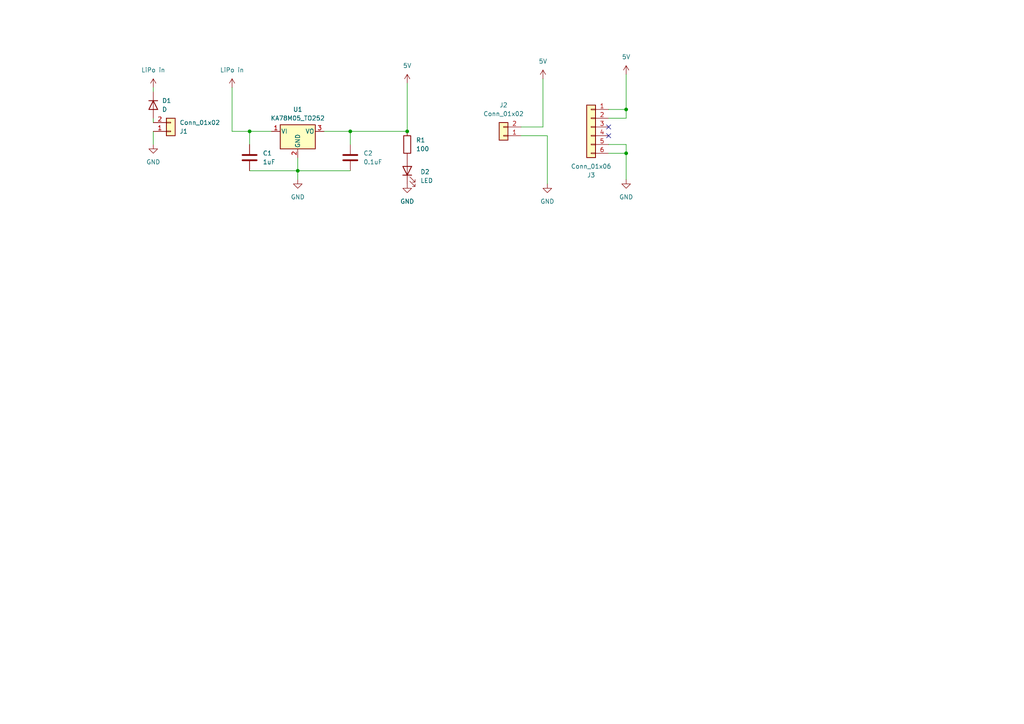
<source format=kicad_sch>
(kicad_sch
	(version 20231120)
	(generator "eeschema")
	(generator_version "8.0")
	(uuid "e68b0a85-1483-45c7-a808-b661ad7d7882")
	(paper "A4")
	(lib_symbols
		(symbol "Connector_Generic:Conn_01x02"
			(pin_names
				(offset 1.016) hide)
			(exclude_from_sim no)
			(in_bom yes)
			(on_board yes)
			(property "Reference" "J"
				(at 0 2.54 0)
				(effects
					(font
						(size 1.27 1.27)
					)
				)
			)
			(property "Value" "Conn_01x02"
				(at 0 -5.08 0)
				(effects
					(font
						(size 1.27 1.27)
					)
				)
			)
			(property "Footprint" ""
				(at 0 0 0)
				(effects
					(font
						(size 1.27 1.27)
					)
					(hide yes)
				)
			)
			(property "Datasheet" "~"
				(at 0 0 0)
				(effects
					(font
						(size 1.27 1.27)
					)
					(hide yes)
				)
			)
			(property "Description" "Generic connector, single row, 01x02, script generated (kicad-library-utils/schlib/autogen/connector/)"
				(at 0 0 0)
				(effects
					(font
						(size 1.27 1.27)
					)
					(hide yes)
				)
			)
			(property "ki_keywords" "connector"
				(at 0 0 0)
				(effects
					(font
						(size 1.27 1.27)
					)
					(hide yes)
				)
			)
			(property "ki_fp_filters" "Connector*:*_1x??_*"
				(at 0 0 0)
				(effects
					(font
						(size 1.27 1.27)
					)
					(hide yes)
				)
			)
			(symbol "Conn_01x02_1_1"
				(rectangle
					(start -1.27 -2.413)
					(end 0 -2.667)
					(stroke
						(width 0.1524)
						(type default)
					)
					(fill
						(type none)
					)
				)
				(rectangle
					(start -1.27 0.127)
					(end 0 -0.127)
					(stroke
						(width 0.1524)
						(type default)
					)
					(fill
						(type none)
					)
				)
				(rectangle
					(start -1.27 1.27)
					(end 1.27 -3.81)
					(stroke
						(width 0.254)
						(type default)
					)
					(fill
						(type background)
					)
				)
				(pin passive line
					(at -5.08 0 0)
					(length 3.81)
					(name "Pin_1"
						(effects
							(font
								(size 1.27 1.27)
							)
						)
					)
					(number "1"
						(effects
							(font
								(size 1.27 1.27)
							)
						)
					)
				)
				(pin passive line
					(at -5.08 -2.54 0)
					(length 3.81)
					(name "Pin_2"
						(effects
							(font
								(size 1.27 1.27)
							)
						)
					)
					(number "2"
						(effects
							(font
								(size 1.27 1.27)
							)
						)
					)
				)
			)
		)
		(symbol "Device:D"
			(pin_numbers hide)
			(pin_names
				(offset 1.016) hide)
			(exclude_from_sim no)
			(in_bom yes)
			(on_board yes)
			(property "Reference" "D"
				(at 0 2.54 0)
				(effects
					(font
						(size 1.27 1.27)
					)
				)
			)
			(property "Value" "D"
				(at 0 -2.54 0)
				(effects
					(font
						(size 1.27 1.27)
					)
				)
			)
			(property "Footprint" ""
				(at 0 0 0)
				(effects
					(font
						(size 1.27 1.27)
					)
					(hide yes)
				)
			)
			(property "Datasheet" "~"
				(at 0 0 0)
				(effects
					(font
						(size 1.27 1.27)
					)
					(hide yes)
				)
			)
			(property "Description" "Diode"
				(at 0 0 0)
				(effects
					(font
						(size 1.27 1.27)
					)
					(hide yes)
				)
			)
			(property "Sim.Device" "D"
				(at 0 0 0)
				(effects
					(font
						(size 1.27 1.27)
					)
					(hide yes)
				)
			)
			(property "Sim.Pins" "1=K 2=A"
				(at 0 0 0)
				(effects
					(font
						(size 1.27 1.27)
					)
					(hide yes)
				)
			)
			(property "ki_keywords" "diode"
				(at 0 0 0)
				(effects
					(font
						(size 1.27 1.27)
					)
					(hide yes)
				)
			)
			(property "ki_fp_filters" "TO-???* *_Diode_* *SingleDiode* D_*"
				(at 0 0 0)
				(effects
					(font
						(size 1.27 1.27)
					)
					(hide yes)
				)
			)
			(symbol "D_0_1"
				(polyline
					(pts
						(xy -1.27 1.27) (xy -1.27 -1.27)
					)
					(stroke
						(width 0.254)
						(type default)
					)
					(fill
						(type none)
					)
				)
				(polyline
					(pts
						(xy 1.27 0) (xy -1.27 0)
					)
					(stroke
						(width 0)
						(type default)
					)
					(fill
						(type none)
					)
				)
				(polyline
					(pts
						(xy 1.27 1.27) (xy 1.27 -1.27) (xy -1.27 0) (xy 1.27 1.27)
					)
					(stroke
						(width 0.254)
						(type default)
					)
					(fill
						(type none)
					)
				)
			)
			(symbol "D_1_1"
				(pin passive line
					(at -3.81 0 0)
					(length 2.54)
					(name "K"
						(effects
							(font
								(size 1.27 1.27)
							)
						)
					)
					(number "1"
						(effects
							(font
								(size 1.27 1.27)
							)
						)
					)
				)
				(pin passive line
					(at 3.81 0 180)
					(length 2.54)
					(name "A"
						(effects
							(font
								(size 1.27 1.27)
							)
						)
					)
					(number "2"
						(effects
							(font
								(size 1.27 1.27)
							)
						)
					)
				)
			)
		)
		(symbol "Device:R"
			(pin_numbers hide)
			(pin_names
				(offset 0)
			)
			(exclude_from_sim no)
			(in_bom yes)
			(on_board yes)
			(property "Reference" "R"
				(at 2.032 0 90)
				(effects
					(font
						(size 1.27 1.27)
					)
				)
			)
			(property "Value" "R"
				(at 0 0 90)
				(effects
					(font
						(size 1.27 1.27)
					)
				)
			)
			(property "Footprint" ""
				(at -1.778 0 90)
				(effects
					(font
						(size 1.27 1.27)
					)
					(hide yes)
				)
			)
			(property "Datasheet" "~"
				(at 0 0 0)
				(effects
					(font
						(size 1.27 1.27)
					)
					(hide yes)
				)
			)
			(property "Description" "Resistor"
				(at 0 0 0)
				(effects
					(font
						(size 1.27 1.27)
					)
					(hide yes)
				)
			)
			(property "ki_keywords" "R res resistor"
				(at 0 0 0)
				(effects
					(font
						(size 1.27 1.27)
					)
					(hide yes)
				)
			)
			(property "ki_fp_filters" "R_*"
				(at 0 0 0)
				(effects
					(font
						(size 1.27 1.27)
					)
					(hide yes)
				)
			)
			(symbol "R_0_1"
				(rectangle
					(start -1.016 -2.54)
					(end 1.016 2.54)
					(stroke
						(width 0.254)
						(type default)
					)
					(fill
						(type none)
					)
				)
			)
			(symbol "R_1_1"
				(pin passive line
					(at 0 3.81 270)
					(length 1.27)
					(name "~"
						(effects
							(font
								(size 1.27 1.27)
							)
						)
					)
					(number "1"
						(effects
							(font
								(size 1.27 1.27)
							)
						)
					)
				)
				(pin passive line
					(at 0 -3.81 90)
					(length 1.27)
					(name "~"
						(effects
							(font
								(size 1.27 1.27)
							)
						)
					)
					(number "2"
						(effects
							(font
								(size 1.27 1.27)
							)
						)
					)
				)
			)
		)
		(symbol "Regulator_Linear:KA78M05_TO252"
			(pin_names
				(offset 0.254)
			)
			(exclude_from_sim no)
			(in_bom yes)
			(on_board yes)
			(property "Reference" "U"
				(at -3.81 3.175 0)
				(effects
					(font
						(size 1.27 1.27)
					)
				)
			)
			(property "Value" "KA78M05_TO252"
				(at 0 3.175 0)
				(effects
					(font
						(size 1.27 1.27)
					)
					(justify left)
				)
			)
			(property "Footprint" "Package_TO_SOT_SMD:TO-252-2"
				(at 0 5.715 0)
				(effects
					(font
						(size 1.27 1.27)
						(italic yes)
					)
					(hide yes)
				)
			)
			(property "Datasheet" "https://www.onsemi.com/pub/Collateral/MC78M00-D.PDF"
				(at 0 -1.27 0)
				(effects
					(font
						(size 1.27 1.27)
					)
					(hide yes)
				)
			)
			(property "Description" "Positive 500mA 35V Linear Regulator, Fixed Output 5V, TO-252 (D-PAK)"
				(at 0 0 0)
				(effects
					(font
						(size 1.27 1.27)
					)
					(hide yes)
				)
			)
			(property "ki_keywords" "Voltage Regulator 500mA Positive"
				(at 0 0 0)
				(effects
					(font
						(size 1.27 1.27)
					)
					(hide yes)
				)
			)
			(property "ki_fp_filters" "TO?252*"
				(at 0 0 0)
				(effects
					(font
						(size 1.27 1.27)
					)
					(hide yes)
				)
			)
			(symbol "KA78M05_TO252_0_1"
				(rectangle
					(start -5.08 1.905)
					(end 5.08 -5.08)
					(stroke
						(width 0.254)
						(type default)
					)
					(fill
						(type background)
					)
				)
			)
			(symbol "KA78M05_TO252_1_1"
				(pin power_in line
					(at -7.62 0 0)
					(length 2.54)
					(name "VI"
						(effects
							(font
								(size 1.27 1.27)
							)
						)
					)
					(number "1"
						(effects
							(font
								(size 1.27 1.27)
							)
						)
					)
				)
				(pin power_in line
					(at 0 -7.62 90)
					(length 2.54)
					(name "GND"
						(effects
							(font
								(size 1.27 1.27)
							)
						)
					)
					(number "2"
						(effects
							(font
								(size 1.27 1.27)
							)
						)
					)
				)
				(pin power_out line
					(at 7.62 0 180)
					(length 2.54)
					(name "VO"
						(effects
							(font
								(size 1.27 1.27)
							)
						)
					)
					(number "3"
						(effects
							(font
								(size 1.27 1.27)
							)
						)
					)
				)
			)
		)
		(symbol "SparkFun-Capacitor:C"
			(pin_numbers hide)
			(pin_names
				(offset 0.254)
			)
			(exclude_from_sim no)
			(in_bom yes)
			(on_board yes)
			(property "Reference" "C"
				(at 0.635 2.54 0)
				(effects
					(font
						(size 1.27 1.27)
					)
					(justify left)
				)
			)
			(property "Value" "C"
				(at 0.635 -2.54 0)
				(effects
					(font
						(size 1.27 1.27)
					)
					(justify left)
				)
			)
			(property "Footprint" "SparkFun-Capacitor:C_0603_1608Metric"
				(at 0.9652 -11.43 0)
				(effects
					(font
						(size 1.27 1.27)
					)
					(hide yes)
				)
			)
			(property "Datasheet" "https://cdn.sparkfun.com/assets/8/a/4/a/5/Kemet_Capacitor_Datasheet.pdf"
				(at 1.27 -16.51 0)
				(effects
					(font
						(size 1.27 1.27)
					)
					(hide yes)
				)
			)
			(property "Description" "Unpolarized capacitor"
				(at 0 0 0)
				(effects
					(font
						(size 1.27 1.27)
					)
					(hide yes)
				)
			)
			(property "PROD_ID" "CAP-00000"
				(at 0 -13.97 0)
				(effects
					(font
						(size 1.27 1.27)
					)
					(hide yes)
				)
			)
			(property "Voltage" "1kV"
				(at 0 -6.35 0)
				(effects
					(font
						(size 1.27 1.27)
					)
				)
			)
			(property "Tolerance" "100%"
				(at 0 -8.89 0)
				(effects
					(font
						(size 1.27 1.27)
					)
				)
			)
			(property "ki_keywords" "cap capacitor"
				(at 0 0 0)
				(effects
					(font
						(size 1.27 1.27)
					)
					(hide yes)
				)
			)
			(property "ki_fp_filters" "C_*"
				(at 0 0 0)
				(effects
					(font
						(size 1.27 1.27)
					)
					(hide yes)
				)
			)
			(symbol "C_0_1"
				(polyline
					(pts
						(xy -2.032 -0.762) (xy 2.032 -0.762)
					)
					(stroke
						(width 0.508)
						(type default)
					)
					(fill
						(type none)
					)
				)
				(polyline
					(pts
						(xy -2.032 0.762) (xy 2.032 0.762)
					)
					(stroke
						(width 0.508)
						(type default)
					)
					(fill
						(type none)
					)
				)
			)
			(symbol "C_1_1"
				(pin passive line
					(at 0 3.81 270)
					(length 2.794)
					(name "~"
						(effects
							(font
								(size 1.27 1.27)
							)
						)
					)
					(number "1"
						(effects
							(font
								(size 1.27 1.27)
							)
						)
					)
				)
				(pin passive line
					(at 0 -3.81 90)
					(length 2.794)
					(name "~"
						(effects
							(font
								(size 1.27 1.27)
							)
						)
					)
					(number "2"
						(effects
							(font
								(size 1.27 1.27)
							)
						)
					)
				)
			)
		)
		(symbol "SparkFun-Connector:Conn_01x02"
			(pin_names
				(offset 1.016) hide)
			(exclude_from_sim no)
			(in_bom yes)
			(on_board yes)
			(property "Reference" "J"
				(at 0 2.54 0)
				(effects
					(font
						(size 1.27 1.27)
					)
				)
			)
			(property "Value" "Conn_01x02"
				(at 0 -5.08 0)
				(effects
					(font
						(size 1.27 1.27)
					)
				)
			)
			(property "Footprint" "SparkFun-Connector:1X02"
				(at 0 0 0)
				(effects
					(font
						(size 1.27 1.27)
					)
					(hide yes)
				)
			)
			(property "Datasheet" "~"
				(at 0 0 0)
				(effects
					(font
						(size 1.27 1.27)
					)
					(hide yes)
				)
			)
			(property "Description" "Generic connector, single row, 01x02, script generated (kicad-library-utils/schlib/autogen/connector/)"
				(at 0 0 0)
				(effects
					(font
						(size 1.27 1.27)
					)
					(hide yes)
				)
			)
			(property "ki_keywords" "connector"
				(at 0 0 0)
				(effects
					(font
						(size 1.27 1.27)
					)
					(hide yes)
				)
			)
			(property "ki_fp_filters" "Connector*:*_1x??_*"
				(at 0 0 0)
				(effects
					(font
						(size 1.27 1.27)
					)
					(hide yes)
				)
			)
			(symbol "Conn_01x02_1_1"
				(rectangle
					(start -1.27 -2.413)
					(end 0 -2.667)
					(stroke
						(width 0.1524)
						(type default)
					)
					(fill
						(type none)
					)
				)
				(rectangle
					(start -1.27 0.127)
					(end 0 -0.127)
					(stroke
						(width 0.1524)
						(type default)
					)
					(fill
						(type none)
					)
				)
				(rectangle
					(start -1.27 1.27)
					(end 1.27 -3.81)
					(stroke
						(width 0.254)
						(type default)
					)
					(fill
						(type background)
					)
				)
				(pin passive line
					(at -5.08 0 0)
					(length 3.81)
					(name "Pin_1"
						(effects
							(font
								(size 1.27 1.27)
							)
						)
					)
					(number "1"
						(effects
							(font
								(size 1.27 1.27)
							)
						)
					)
				)
				(pin passive line
					(at -5.08 -2.54 0)
					(length 3.81)
					(name "Pin_2"
						(effects
							(font
								(size 1.27 1.27)
							)
						)
					)
					(number "2"
						(effects
							(font
								(size 1.27 1.27)
							)
						)
					)
				)
			)
		)
		(symbol "SparkFun-Connector:Conn_01x06"
			(pin_names
				(offset 1.016) hide)
			(exclude_from_sim no)
			(in_bom yes)
			(on_board yes)
			(property "Reference" "J"
				(at 0 7.62 0)
				(effects
					(font
						(size 1.27 1.27)
					)
				)
			)
			(property "Value" "Conn_01x06"
				(at 0 -10.16 0)
				(effects
					(font
						(size 1.27 1.27)
					)
				)
			)
			(property "Footprint" "SparkFun-Connector:1X06"
				(at 0 0 0)
				(effects
					(font
						(size 1.27 1.27)
					)
					(hide yes)
				)
			)
			(property "Datasheet" "~"
				(at 0 0 0)
				(effects
					(font
						(size 1.27 1.27)
					)
					(hide yes)
				)
			)
			(property "Description" "Generic connector, single row, 01x06, script generated (kicad-library-utils/schlib/autogen/connector/)"
				(at 0 0 0)
				(effects
					(font
						(size 1.27 1.27)
					)
					(hide yes)
				)
			)
			(property "ki_keywords" "connector"
				(at 0 0 0)
				(effects
					(font
						(size 1.27 1.27)
					)
					(hide yes)
				)
			)
			(property "ki_fp_filters" "Connector*:*_1x??_*"
				(at 0 0 0)
				(effects
					(font
						(size 1.27 1.27)
					)
					(hide yes)
				)
			)
			(symbol "Conn_01x06_1_1"
				(rectangle
					(start -1.27 -7.493)
					(end 0 -7.747)
					(stroke
						(width 0.1524)
						(type default)
					)
					(fill
						(type none)
					)
				)
				(rectangle
					(start -1.27 -4.953)
					(end 0 -5.207)
					(stroke
						(width 0.1524)
						(type default)
					)
					(fill
						(type none)
					)
				)
				(rectangle
					(start -1.27 -2.413)
					(end 0 -2.667)
					(stroke
						(width 0.1524)
						(type default)
					)
					(fill
						(type none)
					)
				)
				(rectangle
					(start -1.27 0.127)
					(end 0 -0.127)
					(stroke
						(width 0.1524)
						(type default)
					)
					(fill
						(type none)
					)
				)
				(rectangle
					(start -1.27 2.667)
					(end 0 2.413)
					(stroke
						(width 0.1524)
						(type default)
					)
					(fill
						(type none)
					)
				)
				(rectangle
					(start -1.27 5.207)
					(end 0 4.953)
					(stroke
						(width 0.1524)
						(type default)
					)
					(fill
						(type none)
					)
				)
				(rectangle
					(start -1.27 6.35)
					(end 1.27 -8.89)
					(stroke
						(width 0.254)
						(type default)
					)
					(fill
						(type background)
					)
				)
				(pin passive line
					(at -5.08 5.08 0)
					(length 3.81)
					(name "Pin_1"
						(effects
							(font
								(size 1.27 1.27)
							)
						)
					)
					(number "1"
						(effects
							(font
								(size 1.27 1.27)
							)
						)
					)
				)
				(pin passive line
					(at -5.08 2.54 0)
					(length 3.81)
					(name "Pin_2"
						(effects
							(font
								(size 1.27 1.27)
							)
						)
					)
					(number "2"
						(effects
							(font
								(size 1.27 1.27)
							)
						)
					)
				)
				(pin passive line
					(at -5.08 0 0)
					(length 3.81)
					(name "Pin_3"
						(effects
							(font
								(size 1.27 1.27)
							)
						)
					)
					(number "3"
						(effects
							(font
								(size 1.27 1.27)
							)
						)
					)
				)
				(pin passive line
					(at -5.08 -2.54 0)
					(length 3.81)
					(name "Pin_4"
						(effects
							(font
								(size 1.27 1.27)
							)
						)
					)
					(number "4"
						(effects
							(font
								(size 1.27 1.27)
							)
						)
					)
				)
				(pin passive line
					(at -5.08 -5.08 0)
					(length 3.81)
					(name "Pin_5"
						(effects
							(font
								(size 1.27 1.27)
							)
						)
					)
					(number "5"
						(effects
							(font
								(size 1.27 1.27)
							)
						)
					)
				)
				(pin passive line
					(at -5.08 -7.62 0)
					(length 3.81)
					(name "Pin_6"
						(effects
							(font
								(size 1.27 1.27)
							)
						)
					)
					(number "6"
						(effects
							(font
								(size 1.27 1.27)
							)
						)
					)
				)
			)
		)
		(symbol "SparkFun-LED:LED"
			(pin_numbers hide)
			(pin_names
				(offset 1.016) hide)
			(exclude_from_sim no)
			(in_bom yes)
			(on_board yes)
			(property "Reference" "D"
				(at 0 2.54 0)
				(effects
					(font
						(size 1.27 1.27)
					)
				)
			)
			(property "Value" "LED"
				(at 0 -2.54 0)
				(effects
					(font
						(size 1.27 1.27)
					)
				)
			)
			(property "Footprint" "SparkFun-LED:LED_0603_1608Metric"
				(at 0 -5.08 0)
				(effects
					(font
						(size 1.27 1.27)
					)
					(hide yes)
				)
			)
			(property "Datasheet" "~"
				(at 0 0 0)
				(effects
					(font
						(size 1.27 1.27)
					)
					(hide yes)
				)
			)
			(property "Description" "Light emitting diode"
				(at 0 0 0)
				(effects
					(font
						(size 1.27 1.27)
					)
					(hide yes)
				)
			)
			(property "PROD_ID" ""
				(at 0 0 0)
				(effects
					(font
						(size 1.27 1.27)
					)
					(hide yes)
				)
			)
			(property "ki_keywords" "LED diode"
				(at 0 0 0)
				(effects
					(font
						(size 1.27 1.27)
					)
					(hide yes)
				)
			)
			(property "ki_fp_filters" "LED* LED_SMD:* LED_THT:*"
				(at 0 0 0)
				(effects
					(font
						(size 1.27 1.27)
					)
					(hide yes)
				)
			)
			(symbol "LED_0_1"
				(polyline
					(pts
						(xy -1.27 -1.27) (xy -1.27 1.27)
					)
					(stroke
						(width 0.254)
						(type default)
					)
					(fill
						(type none)
					)
				)
				(polyline
					(pts
						(xy -1.27 0) (xy 1.27 0)
					)
					(stroke
						(width 0)
						(type default)
					)
					(fill
						(type none)
					)
				)
				(polyline
					(pts
						(xy 1.27 -1.27) (xy 1.27 1.27) (xy -1.27 0) (xy 1.27 -1.27)
					)
					(stroke
						(width 0.254)
						(type default)
					)
					(fill
						(type none)
					)
				)
				(polyline
					(pts
						(xy -3.048 -0.762) (xy -4.572 -2.286) (xy -3.81 -2.286) (xy -4.572 -2.286) (xy -4.572 -1.524)
					)
					(stroke
						(width 0)
						(type default)
					)
					(fill
						(type none)
					)
				)
				(polyline
					(pts
						(xy -1.778 -0.762) (xy -3.302 -2.286) (xy -2.54 -2.286) (xy -3.302 -2.286) (xy -3.302 -1.524)
					)
					(stroke
						(width 0)
						(type default)
					)
					(fill
						(type none)
					)
				)
			)
			(symbol "LED_1_1"
				(pin passive line
					(at -3.81 0 0)
					(length 2.54)
					(name "K"
						(effects
							(font
								(size 1.27 1.27)
							)
						)
					)
					(number "1"
						(effects
							(font
								(size 1.27 1.27)
							)
						)
					)
				)
				(pin passive line
					(at 3.81 0 180)
					(length 2.54)
					(name "A"
						(effects
							(font
								(size 1.27 1.27)
							)
						)
					)
					(number "2"
						(effects
							(font
								(size 1.27 1.27)
							)
						)
					)
				)
			)
		)
		(symbol "SparkFun-PowerSymbol:5V"
			(power)
			(pin_names
				(offset 0)
			)
			(exclude_from_sim no)
			(in_bom yes)
			(on_board yes)
			(property "Reference" "#PWR"
				(at 0 -3.81 0)
				(effects
					(font
						(size 1.27 1.27)
					)
					(hide yes)
				)
			)
			(property "Value" "5V"
				(at 0 3.556 0)
				(effects
					(font
						(size 1.27 1.27)
					)
				)
			)
			(property "Footprint" ""
				(at 0 0 0)
				(effects
					(font
						(size 1.27 1.27)
					)
					(hide yes)
				)
			)
			(property "Datasheet" ""
				(at 0 0 0)
				(effects
					(font
						(size 1.27 1.27)
					)
					(hide yes)
				)
			)
			(property "Description" "Power symbol creates a global label with name \"5V\""
				(at 0 0 0)
				(effects
					(font
						(size 1.27 1.27)
					)
					(hide yes)
				)
			)
			(property "ki_keywords" "global power"
				(at 0 0 0)
				(effects
					(font
						(size 1.27 1.27)
					)
					(hide yes)
				)
			)
			(symbol "5V_0_1"
				(polyline
					(pts
						(xy -0.762 1.27) (xy 0 2.54)
					)
					(stroke
						(width 0)
						(type default)
					)
					(fill
						(type none)
					)
				)
				(polyline
					(pts
						(xy 0 0) (xy 0 2.54)
					)
					(stroke
						(width 0)
						(type default)
					)
					(fill
						(type none)
					)
				)
				(polyline
					(pts
						(xy 0 2.54) (xy 0.762 1.27)
					)
					(stroke
						(width 0)
						(type default)
					)
					(fill
						(type none)
					)
				)
			)
			(symbol "5V_1_1"
				(pin power_in line
					(at 0 0 90)
					(length 0) hide
					(name "5V"
						(effects
							(font
								(size 1.27 1.27)
							)
						)
					)
					(number "1"
						(effects
							(font
								(size 1.27 1.27)
							)
						)
					)
				)
			)
		)
		(symbol "SparkFun-PowerSymbol:VIN"
			(power)
			(pin_names
				(offset 0)
			)
			(exclude_from_sim no)
			(in_bom yes)
			(on_board yes)
			(property "Reference" "#PWR"
				(at 0 -3.81 0)
				(effects
					(font
						(size 1.27 1.27)
					)
					(hide yes)
				)
			)
			(property "Value" "VIN"
				(at 0 3.81 0)
				(effects
					(font
						(size 1.27 1.27)
					)
				)
			)
			(property "Footprint" ""
				(at 0 0 0)
				(effects
					(font
						(size 1.27 1.27)
					)
					(hide yes)
				)
			)
			(property "Datasheet" ""
				(at 0 0 0)
				(effects
					(font
						(size 1.27 1.27)
					)
					(hide yes)
				)
			)
			(property "Description" "Power symbol creates a global label with name \"VIN\""
				(at 0 0 0)
				(effects
					(font
						(size 1.27 1.27)
					)
					(hide yes)
				)
			)
			(property "ki_keywords" "global power"
				(at 0 0 0)
				(effects
					(font
						(size 1.27 1.27)
					)
					(hide yes)
				)
			)
			(symbol "VIN_0_1"
				(polyline
					(pts
						(xy -0.762 1.27) (xy 0 2.54)
					)
					(stroke
						(width 0)
						(type default)
					)
					(fill
						(type none)
					)
				)
				(polyline
					(pts
						(xy 0 0) (xy 0 2.54)
					)
					(stroke
						(width 0)
						(type default)
					)
					(fill
						(type none)
					)
				)
				(polyline
					(pts
						(xy 0 2.54) (xy 0.762 1.27)
					)
					(stroke
						(width 0)
						(type default)
					)
					(fill
						(type none)
					)
				)
			)
			(symbol "VIN_1_1"
				(pin power_in line
					(at 0 0 90)
					(length 0) hide
					(name "VIN"
						(effects
							(font
								(size 1.27 1.27)
							)
						)
					)
					(number "1"
						(effects
							(font
								(size 1.27 1.27)
							)
						)
					)
				)
			)
		)
		(symbol "power:GND"
			(power)
			(pin_numbers hide)
			(pin_names
				(offset 0) hide)
			(exclude_from_sim no)
			(in_bom yes)
			(on_board yes)
			(property "Reference" "#PWR"
				(at 0 -6.35 0)
				(effects
					(font
						(size 1.27 1.27)
					)
					(hide yes)
				)
			)
			(property "Value" "GND"
				(at 0 -3.81 0)
				(effects
					(font
						(size 1.27 1.27)
					)
				)
			)
			(property "Footprint" ""
				(at 0 0 0)
				(effects
					(font
						(size 1.27 1.27)
					)
					(hide yes)
				)
			)
			(property "Datasheet" ""
				(at 0 0 0)
				(effects
					(font
						(size 1.27 1.27)
					)
					(hide yes)
				)
			)
			(property "Description" "Power symbol creates a global label with name \"GND\" , ground"
				(at 0 0 0)
				(effects
					(font
						(size 1.27 1.27)
					)
					(hide yes)
				)
			)
			(property "ki_keywords" "global power"
				(at 0 0 0)
				(effects
					(font
						(size 1.27 1.27)
					)
					(hide yes)
				)
			)
			(symbol "GND_0_1"
				(polyline
					(pts
						(xy 0 0) (xy 0 -1.27) (xy 1.27 -1.27) (xy 0 -2.54) (xy -1.27 -1.27) (xy 0 -1.27)
					)
					(stroke
						(width 0)
						(type default)
					)
					(fill
						(type none)
					)
				)
			)
			(symbol "GND_1_1"
				(pin power_in line
					(at 0 0 270)
					(length 0)
					(name "~"
						(effects
							(font
								(size 1.27 1.27)
							)
						)
					)
					(number "1"
						(effects
							(font
								(size 1.27 1.27)
							)
						)
					)
				)
			)
		)
	)
	(junction
		(at 72.39 38.1)
		(diameter 0)
		(color 0 0 0 0)
		(uuid "323fcb24-da68-4e1a-8a7b-73389f77e834")
	)
	(junction
		(at 181.61 44.45)
		(diameter 0)
		(color 0 0 0 0)
		(uuid "4294ec86-de50-4ccb-b542-bedb55a8d4e1")
	)
	(junction
		(at 86.36 49.53)
		(diameter 0)
		(color 0 0 0 0)
		(uuid "6ef70b34-f95b-49ed-b287-6938115575f5")
	)
	(junction
		(at 118.11 38.1)
		(diameter 0)
		(color 0 0 0 0)
		(uuid "87aac264-a024-4c01-9898-ee3d07435878")
	)
	(junction
		(at 101.6 38.1)
		(diameter 0)
		(color 0 0 0 0)
		(uuid "a1469965-6edb-457b-8d08-385a4ad8e055")
	)
	(junction
		(at 181.61 31.75)
		(diameter 0)
		(color 0 0 0 0)
		(uuid "b1388192-f6b2-4bd9-b7c0-7dfc342778ac")
	)
	(no_connect
		(at 176.53 39.37)
		(uuid "039c8ce8-59b5-4638-ac35-f94946ab6532")
	)
	(no_connect
		(at 176.53 36.83)
		(uuid "2718fc31-bb10-47c1-8a84-cb59d30662ed")
	)
	(wire
		(pts
			(xy 151.13 36.83) (xy 157.48 36.83)
		)
		(stroke
			(width 0)
			(type default)
		)
		(uuid "033424e0-981f-46a3-9436-a47839482477")
	)
	(wire
		(pts
			(xy 44.45 38.1) (xy 44.45 41.91)
		)
		(stroke
			(width 0)
			(type default)
		)
		(uuid "0598ee14-3a9a-4917-9f21-fdc676c0229e")
	)
	(wire
		(pts
			(xy 101.6 38.1) (xy 101.6 41.91)
		)
		(stroke
			(width 0)
			(type default)
		)
		(uuid "0be9aee7-e4c4-486b-bdf2-9fd63ea03c13")
	)
	(wire
		(pts
			(xy 67.31 25.4) (xy 67.31 38.1)
		)
		(stroke
			(width 0)
			(type default)
		)
		(uuid "16a9acd6-38d5-4ecf-963a-2b85f7aebef2")
	)
	(wire
		(pts
			(xy 44.45 25.4) (xy 44.45 26.67)
		)
		(stroke
			(width 0)
			(type default)
		)
		(uuid "22b738c0-3536-4f06-a321-c718ce1022c2")
	)
	(wire
		(pts
			(xy 181.61 21.59) (xy 181.61 31.75)
		)
		(stroke
			(width 0)
			(type default)
		)
		(uuid "297a91a0-ca29-48e2-9332-da3d83c123fa")
	)
	(wire
		(pts
			(xy 176.53 31.75) (xy 181.61 31.75)
		)
		(stroke
			(width 0)
			(type default)
		)
		(uuid "2fbf68e4-6420-4e84-a4c3-a2e27837ac88")
	)
	(wire
		(pts
			(xy 86.36 49.53) (xy 86.36 52.07)
		)
		(stroke
			(width 0)
			(type default)
		)
		(uuid "51f63742-d3e3-4f3b-9851-71badbfcf445")
	)
	(wire
		(pts
			(xy 151.13 39.37) (xy 158.75 39.37)
		)
		(stroke
			(width 0)
			(type default)
		)
		(uuid "57e69099-1edc-4f32-b351-0048fbe17dde")
	)
	(wire
		(pts
			(xy 72.39 49.53) (xy 86.36 49.53)
		)
		(stroke
			(width 0)
			(type default)
		)
		(uuid "5ed37e58-2959-4383-bf58-6bf2f614f5fe")
	)
	(wire
		(pts
			(xy 176.53 44.45) (xy 181.61 44.45)
		)
		(stroke
			(width 0)
			(type default)
		)
		(uuid "6d6a7b25-a802-4023-aaf8-8c2d2a6edc98")
	)
	(wire
		(pts
			(xy 93.98 38.1) (xy 101.6 38.1)
		)
		(stroke
			(width 0)
			(type default)
		)
		(uuid "6d7df48e-24f8-495f-94b5-81e175e6a85d")
	)
	(wire
		(pts
			(xy 44.45 34.29) (xy 44.45 35.56)
		)
		(stroke
			(width 0)
			(type default)
		)
		(uuid "87e73c5a-c956-4014-84b5-b1f09c04276f")
	)
	(wire
		(pts
			(xy 157.48 22.86) (xy 157.48 36.83)
		)
		(stroke
			(width 0)
			(type default)
		)
		(uuid "8ee0acd6-4323-4600-92ac-53e1f2946c13")
	)
	(wire
		(pts
			(xy 101.6 38.1) (xy 118.11 38.1)
		)
		(stroke
			(width 0)
			(type default)
		)
		(uuid "94151436-8f2f-4a17-b57d-e50c45b96bd3")
	)
	(wire
		(pts
			(xy 158.75 39.37) (xy 158.75 53.34)
		)
		(stroke
			(width 0)
			(type default)
		)
		(uuid "99a4940a-efc3-4515-afe5-deea73fb3684")
	)
	(wire
		(pts
			(xy 181.61 44.45) (xy 181.61 52.07)
		)
		(stroke
			(width 0)
			(type default)
		)
		(uuid "a03f6f94-e063-454a-b316-f0edc550425c")
	)
	(wire
		(pts
			(xy 181.61 41.91) (xy 181.61 44.45)
		)
		(stroke
			(width 0)
			(type default)
		)
		(uuid "a221d001-6e62-4a17-ae95-9f9256de2ce8")
	)
	(wire
		(pts
			(xy 86.36 49.53) (xy 101.6 49.53)
		)
		(stroke
			(width 0)
			(type default)
		)
		(uuid "c27c317f-f571-46e4-9b00-ebb43797e344")
	)
	(wire
		(pts
			(xy 72.39 38.1) (xy 78.74 38.1)
		)
		(stroke
			(width 0)
			(type default)
		)
		(uuid "c357f36c-250b-4d96-a470-1215e054fa9c")
	)
	(wire
		(pts
			(xy 176.53 34.29) (xy 181.61 34.29)
		)
		(stroke
			(width 0)
			(type default)
		)
		(uuid "caf5b794-f764-4bce-87f9-39f2517f42fa")
	)
	(wire
		(pts
			(xy 72.39 38.1) (xy 72.39 41.91)
		)
		(stroke
			(width 0)
			(type default)
		)
		(uuid "d2bbba9e-2648-42bc-99e0-51b58fa7c600")
	)
	(wire
		(pts
			(xy 86.36 45.72) (xy 86.36 49.53)
		)
		(stroke
			(width 0)
			(type default)
		)
		(uuid "d40b77e1-a9c8-44d0-853d-ec6af8149e84")
	)
	(wire
		(pts
			(xy 181.61 31.75) (xy 181.61 34.29)
		)
		(stroke
			(width 0)
			(type default)
		)
		(uuid "da1966ac-bed4-455e-bbba-0e9b9e526db9")
	)
	(wire
		(pts
			(xy 67.31 38.1) (xy 72.39 38.1)
		)
		(stroke
			(width 0)
			(type default)
		)
		(uuid "dc048395-b63e-413d-9ccb-6e9a90efc578")
	)
	(wire
		(pts
			(xy 118.11 24.13) (xy 118.11 38.1)
		)
		(stroke
			(width 0)
			(type default)
		)
		(uuid "dd38eb2b-e8ae-443d-b779-dc79af223796")
	)
	(wire
		(pts
			(xy 176.53 41.91) (xy 181.61 41.91)
		)
		(stroke
			(width 0)
			(type default)
		)
		(uuid "e41a1840-286a-4b85-8fd9-394b1c63c8ee")
	)
	(symbol
		(lib_id "SparkFun-PowerSymbol:5V")
		(at 157.48 22.86 0)
		(unit 1)
		(exclude_from_sim no)
		(in_bom yes)
		(on_board yes)
		(dnp no)
		(fields_autoplaced yes)
		(uuid "226cc46c-263b-44b9-a8a8-0ee6d2f0b250")
		(property "Reference" "#PWR07"
			(at 157.48 26.67 0)
			(effects
				(font
					(size 1.27 1.27)
				)
				(hide yes)
			)
		)
		(property "Value" "5V"
			(at 157.48 17.78 0)
			(effects
				(font
					(size 1.27 1.27)
				)
			)
		)
		(property "Footprint" ""
			(at 157.48 22.86 0)
			(effects
				(font
					(size 1.27 1.27)
				)
				(hide yes)
			)
		)
		(property "Datasheet" ""
			(at 157.48 22.86 0)
			(effects
				(font
					(size 1.27 1.27)
				)
				(hide yes)
			)
		)
		(property "Description" "Power symbol creates a global label with name \"5V\""
			(at 157.48 22.86 0)
			(effects
				(font
					(size 1.27 1.27)
				)
				(hide yes)
			)
		)
		(pin "1"
			(uuid "96f8004f-f140-4e66-8e06-92c0d603a9e5")
		)
		(instances
			(project "Power"
				(path "/e68b0a85-1483-45c7-a808-b661ad7d7882"
					(reference "#PWR07")
					(unit 1)
				)
			)
		)
	)
	(symbol
		(lib_id "SparkFun-Connector:Conn_01x06")
		(at 171.45 36.83 0)
		(mirror y)
		(unit 1)
		(exclude_from_sim no)
		(in_bom yes)
		(on_board yes)
		(dnp no)
		(uuid "28c747a1-06bb-4a57-87ee-139fc81e7dc8")
		(property "Reference" "J3"
			(at 171.45 50.8 0)
			(effects
				(font
					(size 1.27 1.27)
				)
			)
		)
		(property "Value" "Conn_01x06"
			(at 171.45 48.26 0)
			(effects
				(font
					(size 1.27 1.27)
				)
			)
		)
		(property "Footprint" "Connector_JST:JST_GH_SM06B-GHS-TB_1x06-1MP_P1.25mm_Horizontal"
			(at 171.45 36.83 0)
			(effects
				(font
					(size 1.27 1.27)
				)
				(hide yes)
			)
		)
		(property "Datasheet" "~"
			(at 171.45 36.83 0)
			(effects
				(font
					(size 1.27 1.27)
				)
				(hide yes)
			)
		)
		(property "Description" "Generic connector, single row, 01x06, script generated (kicad-library-utils/schlib/autogen/connector/)"
			(at 171.45 36.83 0)
			(effects
				(font
					(size 1.27 1.27)
				)
				(hide yes)
			)
		)
		(pin "4"
			(uuid "fd98a477-764b-44fd-84b6-5b1cc12de27f")
		)
		(pin "2"
			(uuid "e0be94e1-009a-4485-a369-a56934dddbe2")
		)
		(pin "6"
			(uuid "41a2ab30-454a-4b7a-9b27-2887885bc7f7")
		)
		(pin "1"
			(uuid "41ac488f-5e8d-4cf7-a769-265a5039b151")
		)
		(pin "5"
			(uuid "efe390ff-d38f-48a6-8da1-5f91f17d27ca")
		)
		(pin "3"
			(uuid "2b2dd8e7-6cc8-4548-bdea-27de046f7d54")
		)
		(instances
			(project "Power"
				(path "/e68b0a85-1483-45c7-a808-b661ad7d7882"
					(reference "J3")
					(unit 1)
				)
			)
		)
	)
	(symbol
		(lib_id "power:GND")
		(at 44.45 41.91 0)
		(unit 1)
		(exclude_from_sim no)
		(in_bom yes)
		(on_board yes)
		(dnp no)
		(fields_autoplaced yes)
		(uuid "3a925feb-9799-490a-a395-ca4214ec98e2")
		(property "Reference" "#PWR02"
			(at 44.45 48.26 0)
			(effects
				(font
					(size 1.27 1.27)
				)
				(hide yes)
			)
		)
		(property "Value" "GND"
			(at 44.45 46.99 0)
			(effects
				(font
					(size 1.27 1.27)
				)
			)
		)
		(property "Footprint" ""
			(at 44.45 41.91 0)
			(effects
				(font
					(size 1.27 1.27)
				)
				(hide yes)
			)
		)
		(property "Datasheet" ""
			(at 44.45 41.91 0)
			(effects
				(font
					(size 1.27 1.27)
				)
				(hide yes)
			)
		)
		(property "Description" "Power symbol creates a global label with name \"GND\" , ground"
			(at 44.45 41.91 0)
			(effects
				(font
					(size 1.27 1.27)
				)
				(hide yes)
			)
		)
		(pin "1"
			(uuid "b7abe8f1-404f-4dba-9a4f-49eefc3b0975")
		)
		(instances
			(project "Power"
				(path "/e68b0a85-1483-45c7-a808-b661ad7d7882"
					(reference "#PWR02")
					(unit 1)
				)
			)
		)
	)
	(symbol
		(lib_id "SparkFun-PowerSymbol:5V")
		(at 181.61 21.59 0)
		(unit 1)
		(exclude_from_sim no)
		(in_bom yes)
		(on_board yes)
		(dnp no)
		(fields_autoplaced yes)
		(uuid "3dbb5c70-1452-4bef-9f59-70e809aab9a2")
		(property "Reference" "#PWR09"
			(at 181.61 25.4 0)
			(effects
				(font
					(size 1.27 1.27)
				)
				(hide yes)
			)
		)
		(property "Value" "5V"
			(at 181.61 16.51 0)
			(effects
				(font
					(size 1.27 1.27)
				)
			)
		)
		(property "Footprint" ""
			(at 181.61 21.59 0)
			(effects
				(font
					(size 1.27 1.27)
				)
				(hide yes)
			)
		)
		(property "Datasheet" ""
			(at 181.61 21.59 0)
			(effects
				(font
					(size 1.27 1.27)
				)
				(hide yes)
			)
		)
		(property "Description" "Power symbol creates a global label with name \"5V\""
			(at 181.61 21.59 0)
			(effects
				(font
					(size 1.27 1.27)
				)
				(hide yes)
			)
		)
		(pin "1"
			(uuid "aed89b3e-f3bc-4407-9e14-50931646fe6d")
		)
		(instances
			(project "Power"
				(path "/e68b0a85-1483-45c7-a808-b661ad7d7882"
					(reference "#PWR09")
					(unit 1)
				)
			)
		)
	)
	(symbol
		(lib_id "Regulator_Linear:KA78M05_TO252")
		(at 86.36 38.1 0)
		(unit 1)
		(exclude_from_sim no)
		(in_bom yes)
		(on_board yes)
		(dnp no)
		(fields_autoplaced yes)
		(uuid "44c51a74-8d85-4248-a5c3-1a76386954ac")
		(property "Reference" "U1"
			(at 86.36 31.75 0)
			(effects
				(font
					(size 1.27 1.27)
				)
			)
		)
		(property "Value" "KA78M05_TO252"
			(at 86.36 34.29 0)
			(effects
				(font
					(size 1.27 1.27)
				)
			)
		)
		(property "Footprint" "Package_TO_SOT_SMD:TO-252-2"
			(at 86.36 32.385 0)
			(effects
				(font
					(size 1.27 1.27)
					(italic yes)
				)
				(hide yes)
			)
		)
		(property "Datasheet" "https://www.onsemi.com/pub/Collateral/MC78M00-D.PDF"
			(at 86.36 39.37 0)
			(effects
				(font
					(size 1.27 1.27)
				)
				(hide yes)
			)
		)
		(property "Description" "Positive 500mA 35V Linear Regulator, Fixed Output 5V, TO-252 (D-PAK)"
			(at 86.36 38.1 0)
			(effects
				(font
					(size 1.27 1.27)
				)
				(hide yes)
			)
		)
		(pin "3"
			(uuid "7d4b7702-7928-4a97-b3f4-59fc5ae297d3")
		)
		(pin "2"
			(uuid "5a0c676e-94d5-4b2f-92d0-99e504dc235a")
		)
		(pin "1"
			(uuid "9e86a60b-7ffc-4a17-9717-cab2b28f6418")
		)
		(instances
			(project "Power"
				(path "/e68b0a85-1483-45c7-a808-b661ad7d7882"
					(reference "U1")
					(unit 1)
				)
			)
		)
	)
	(symbol
		(lib_id "SparkFun-Capacitor:C")
		(at 72.39 45.72 0)
		(unit 1)
		(exclude_from_sim no)
		(in_bom yes)
		(on_board yes)
		(dnp no)
		(fields_autoplaced yes)
		(uuid "55be364f-3bc4-48a9-b148-d43b5ea0b07e")
		(property "Reference" "C1"
			(at 76.2 44.4499 0)
			(effects
				(font
					(size 1.27 1.27)
				)
				(justify left)
			)
		)
		(property "Value" "1uF"
			(at 76.2 46.9899 0)
			(effects
				(font
					(size 1.27 1.27)
				)
				(justify left)
			)
		)
		(property "Footprint" "Capacitor_SMD:C_0603_1608Metric_Pad1.08x0.95mm_HandSolder"
			(at 73.3552 57.15 0)
			(effects
				(font
					(size 1.27 1.27)
				)
				(hide yes)
			)
		)
		(property "Datasheet" "https://cdn.sparkfun.com/assets/8/a/4/a/5/Kemet_Capacitor_Datasheet.pdf"
			(at 73.66 62.23 0)
			(effects
				(font
					(size 1.27 1.27)
				)
				(hide yes)
			)
		)
		(property "Description" "Unpolarized capacitor"
			(at 72.39 45.72 0)
			(effects
				(font
					(size 1.27 1.27)
				)
				(hide yes)
			)
		)
		(property "PROD_ID" "CAP-00000"
			(at 72.39 59.69 0)
			(effects
				(font
					(size 1.27 1.27)
				)
				(hide yes)
			)
		)
		(property "Voltage" "1kV"
			(at 76.2 46.9899 0)
			(effects
				(font
					(size 1.27 1.27)
				)
				(justify left)
				(hide yes)
			)
		)
		(property "Tolerance" "100%"
			(at 76.2 49.5299 0)
			(effects
				(font
					(size 1.27 1.27)
				)
				(justify left)
				(hide yes)
			)
		)
		(pin "2"
			(uuid "0cd9b42c-d9a8-4ef9-b6bc-8d1ad830ea5a")
		)
		(pin "1"
			(uuid "5b4e523a-0e1c-4c33-ae72-555988d30b64")
		)
		(instances
			(project "Power"
				(path "/e68b0a85-1483-45c7-a808-b661ad7d7882"
					(reference "C1")
					(unit 1)
				)
			)
		)
	)
	(symbol
		(lib_id "SparkFun-LED:LED")
		(at 118.11 49.53 90)
		(unit 1)
		(exclude_from_sim no)
		(in_bom yes)
		(on_board yes)
		(dnp no)
		(fields_autoplaced yes)
		(uuid "694ee7f0-baf5-40d0-babb-aa895893acc5")
		(property "Reference" "D2"
			(at 121.92 49.8474 90)
			(effects
				(font
					(size 1.27 1.27)
				)
				(justify right)
			)
		)
		(property "Value" "LED"
			(at 121.92 52.3874 90)
			(effects
				(font
					(size 1.27 1.27)
				)
				(justify right)
			)
		)
		(property "Footprint" "Diode_SMD:D_0603_1608Metric_Pad1.05x0.95mm_HandSolder"
			(at 123.19 49.53 0)
			(effects
				(font
					(size 1.27 1.27)
				)
				(hide yes)
			)
		)
		(property "Datasheet" "~"
			(at 118.11 49.53 0)
			(effects
				(font
					(size 1.27 1.27)
				)
				(hide yes)
			)
		)
		(property "Description" "Light emitting diode"
			(at 118.11 49.53 0)
			(effects
				(font
					(size 1.27 1.27)
				)
				(hide yes)
			)
		)
		(property "PROD_ID" ""
			(at 118.11 49.53 0)
			(effects
				(font
					(size 1.27 1.27)
				)
				(hide yes)
			)
		)
		(pin "2"
			(uuid "4c7cae38-965f-4bc9-ba35-14f5923a5ce5")
		)
		(pin "1"
			(uuid "438bacea-b030-4276-89a7-095b06427e22")
		)
		(instances
			(project "Power"
				(path "/e68b0a85-1483-45c7-a808-b661ad7d7882"
					(reference "D2")
					(unit 1)
				)
			)
		)
	)
	(symbol
		(lib_id "power:GND")
		(at 181.61 52.07 0)
		(unit 1)
		(exclude_from_sim no)
		(in_bom yes)
		(on_board yes)
		(dnp no)
		(fields_autoplaced yes)
		(uuid "75d19bab-a7e9-42c6-a81a-3eb01bff4e8f")
		(property "Reference" "#PWR010"
			(at 181.61 58.42 0)
			(effects
				(font
					(size 1.27 1.27)
				)
				(hide yes)
			)
		)
		(property "Value" "GND"
			(at 181.61 57.15 0)
			(effects
				(font
					(size 1.27 1.27)
				)
			)
		)
		(property "Footprint" ""
			(at 181.61 52.07 0)
			(effects
				(font
					(size 1.27 1.27)
				)
				(hide yes)
			)
		)
		(property "Datasheet" ""
			(at 181.61 52.07 0)
			(effects
				(font
					(size 1.27 1.27)
				)
				(hide yes)
			)
		)
		(property "Description" "Power symbol creates a global label with name \"GND\" , ground"
			(at 181.61 52.07 0)
			(effects
				(font
					(size 1.27 1.27)
				)
				(hide yes)
			)
		)
		(pin "1"
			(uuid "7ff8d3c9-221b-4f6d-9363-63171a9eb0f5")
		)
		(instances
			(project "Power"
				(path "/e68b0a85-1483-45c7-a808-b661ad7d7882"
					(reference "#PWR010")
					(unit 1)
				)
			)
		)
	)
	(symbol
		(lib_id "SparkFun-PowerSymbol:VIN")
		(at 44.45 25.4 0)
		(unit 1)
		(exclude_from_sim no)
		(in_bom yes)
		(on_board yes)
		(dnp no)
		(fields_autoplaced yes)
		(uuid "77b583e2-f846-4ca4-b3d5-e5411cde0232")
		(property "Reference" "#PWR01"
			(at 44.45 29.21 0)
			(effects
				(font
					(size 1.27 1.27)
				)
				(hide yes)
			)
		)
		(property "Value" "LiPo in"
			(at 44.45 20.32 0)
			(effects
				(font
					(size 1.27 1.27)
				)
			)
		)
		(property "Footprint" ""
			(at 44.45 25.4 0)
			(effects
				(font
					(size 1.27 1.27)
				)
				(hide yes)
			)
		)
		(property "Datasheet" ""
			(at 44.45 25.4 0)
			(effects
				(font
					(size 1.27 1.27)
				)
				(hide yes)
			)
		)
		(property "Description" "Power symbol creates a global label with name \"VIN\""
			(at 44.45 25.4 0)
			(effects
				(font
					(size 1.27 1.27)
				)
				(hide yes)
			)
		)
		(pin "1"
			(uuid "cdc66229-f225-492e-b630-f7a543054503")
		)
		(instances
			(project "Power"
				(path "/e68b0a85-1483-45c7-a808-b661ad7d7882"
					(reference "#PWR01")
					(unit 1)
				)
			)
		)
	)
	(symbol
		(lib_id "Device:R")
		(at 118.11 41.91 0)
		(unit 1)
		(exclude_from_sim no)
		(in_bom yes)
		(on_board yes)
		(dnp no)
		(fields_autoplaced yes)
		(uuid "7ceedb7a-3f71-4ee9-9a2f-76267d68f8a6")
		(property "Reference" "R1"
			(at 120.65 40.6399 0)
			(effects
				(font
					(size 1.27 1.27)
				)
				(justify left)
			)
		)
		(property "Value" "100"
			(at 120.65 43.1799 0)
			(effects
				(font
					(size 1.27 1.27)
				)
				(justify left)
			)
		)
		(property "Footprint" "Resistor_SMD:R_0603_1608Metric_Pad0.98x0.95mm_HandSolder"
			(at 116.332 41.91 90)
			(effects
				(font
					(size 1.27 1.27)
				)
				(hide yes)
			)
		)
		(property "Datasheet" "~"
			(at 118.11 41.91 0)
			(effects
				(font
					(size 1.27 1.27)
				)
				(hide yes)
			)
		)
		(property "Description" "Resistor"
			(at 118.11 41.91 0)
			(effects
				(font
					(size 1.27 1.27)
				)
				(hide yes)
			)
		)
		(pin "1"
			(uuid "a4bc6d29-0977-4a29-af4d-9bf57937312b")
		)
		(pin "2"
			(uuid "e7f8289e-699e-49a5-9612-417c487a0b0d")
		)
		(instances
			(project "Power"
				(path "/e68b0a85-1483-45c7-a808-b661ad7d7882"
					(reference "R1")
					(unit 1)
				)
			)
		)
	)
	(symbol
		(lib_id "power:GND")
		(at 158.75 53.34 0)
		(unit 1)
		(exclude_from_sim no)
		(in_bom yes)
		(on_board yes)
		(dnp no)
		(fields_autoplaced yes)
		(uuid "80b24995-2f65-49ec-8aed-e17023eba198")
		(property "Reference" "#PWR08"
			(at 158.75 59.69 0)
			(effects
				(font
					(size 1.27 1.27)
				)
				(hide yes)
			)
		)
		(property "Value" "GND"
			(at 158.75 58.42 0)
			(effects
				(font
					(size 1.27 1.27)
				)
			)
		)
		(property "Footprint" ""
			(at 158.75 53.34 0)
			(effects
				(font
					(size 1.27 1.27)
				)
				(hide yes)
			)
		)
		(property "Datasheet" ""
			(at 158.75 53.34 0)
			(effects
				(font
					(size 1.27 1.27)
				)
				(hide yes)
			)
		)
		(property "Description" "Power symbol creates a global label with name \"GND\" , ground"
			(at 158.75 53.34 0)
			(effects
				(font
					(size 1.27 1.27)
				)
				(hide yes)
			)
		)
		(pin "1"
			(uuid "e27da768-d10e-4cef-8676-3af52d2bb60f")
		)
		(instances
			(project "Power"
				(path "/e68b0a85-1483-45c7-a808-b661ad7d7882"
					(reference "#PWR08")
					(unit 1)
				)
			)
		)
	)
	(symbol
		(lib_id "SparkFun-PowerSymbol:VIN")
		(at 67.31 25.4 0)
		(unit 1)
		(exclude_from_sim no)
		(in_bom yes)
		(on_board yes)
		(dnp no)
		(fields_autoplaced yes)
		(uuid "830e758e-79d7-4940-b6e9-c97b73e873b6")
		(property "Reference" "#PWR03"
			(at 67.31 29.21 0)
			(effects
				(font
					(size 1.27 1.27)
				)
				(hide yes)
			)
		)
		(property "Value" "LiPo in"
			(at 67.31 20.32 0)
			(effects
				(font
					(size 1.27 1.27)
				)
			)
		)
		(property "Footprint" ""
			(at 67.31 25.4 0)
			(effects
				(font
					(size 1.27 1.27)
				)
				(hide yes)
			)
		)
		(property "Datasheet" ""
			(at 67.31 25.4 0)
			(effects
				(font
					(size 1.27 1.27)
				)
				(hide yes)
			)
		)
		(property "Description" "Power symbol creates a global label with name \"VIN\""
			(at 67.31 25.4 0)
			(effects
				(font
					(size 1.27 1.27)
				)
				(hide yes)
			)
		)
		(pin "1"
			(uuid "414a231f-a38f-4a2c-870c-8c5fb8b986ee")
		)
		(instances
			(project "Power"
				(path "/e68b0a85-1483-45c7-a808-b661ad7d7882"
					(reference "#PWR03")
					(unit 1)
				)
			)
		)
	)
	(symbol
		(lib_id "SparkFun-Capacitor:C")
		(at 101.6 45.72 0)
		(unit 1)
		(exclude_from_sim no)
		(in_bom yes)
		(on_board yes)
		(dnp no)
		(fields_autoplaced yes)
		(uuid "877e85f0-9c23-4787-8e14-2b35d2a1b38b")
		(property "Reference" "C2"
			(at 105.41 44.4499 0)
			(effects
				(font
					(size 1.27 1.27)
				)
				(justify left)
			)
		)
		(property "Value" "0.1uF"
			(at 105.41 46.9899 0)
			(effects
				(font
					(size 1.27 1.27)
				)
				(justify left)
			)
		)
		(property "Footprint" "Capacitor_SMD:C_0603_1608Metric_Pad1.08x0.95mm_HandSolder"
			(at 102.5652 57.15 0)
			(effects
				(font
					(size 1.27 1.27)
				)
				(hide yes)
			)
		)
		(property "Datasheet" "https://cdn.sparkfun.com/assets/8/a/4/a/5/Kemet_Capacitor_Datasheet.pdf"
			(at 102.87 62.23 0)
			(effects
				(font
					(size 1.27 1.27)
				)
				(hide yes)
			)
		)
		(property "Description" "Unpolarized capacitor"
			(at 101.6 45.72 0)
			(effects
				(font
					(size 1.27 1.27)
				)
				(hide yes)
			)
		)
		(property "PROD_ID" "CAP-00000"
			(at 101.6 59.69 0)
			(effects
				(font
					(size 1.27 1.27)
				)
				(hide yes)
			)
		)
		(property "Voltage" "1kV"
			(at 105.41 46.9899 0)
			(effects
				(font
					(size 1.27 1.27)
				)
				(justify left)
				(hide yes)
			)
		)
		(property "Tolerance" "100%"
			(at 105.41 49.5299 0)
			(effects
				(font
					(size 1.27 1.27)
				)
				(justify left)
				(hide yes)
			)
		)
		(pin "2"
			(uuid "63763c7a-84b0-456d-b674-2f4826ffedfd")
		)
		(pin "1"
			(uuid "adbc0080-b401-45d3-8860-6777b9a5c5a8")
		)
		(instances
			(project "Power"
				(path "/e68b0a85-1483-45c7-a808-b661ad7d7882"
					(reference "C2")
					(unit 1)
				)
			)
		)
	)
	(symbol
		(lib_id "SparkFun-PowerSymbol:5V")
		(at 118.11 24.13 0)
		(unit 1)
		(exclude_from_sim no)
		(in_bom yes)
		(on_board yes)
		(dnp no)
		(fields_autoplaced yes)
		(uuid "9336e88f-3971-491f-8fc2-52239cb01432")
		(property "Reference" "#PWR05"
			(at 118.11 27.94 0)
			(effects
				(font
					(size 1.27 1.27)
				)
				(hide yes)
			)
		)
		(property "Value" "5V"
			(at 118.11 19.05 0)
			(effects
				(font
					(size 1.27 1.27)
				)
			)
		)
		(property "Footprint" ""
			(at 118.11 24.13 0)
			(effects
				(font
					(size 1.27 1.27)
				)
				(hide yes)
			)
		)
		(property "Datasheet" ""
			(at 118.11 24.13 0)
			(effects
				(font
					(size 1.27 1.27)
				)
				(hide yes)
			)
		)
		(property "Description" "Power symbol creates a global label with name \"5V\""
			(at 118.11 24.13 0)
			(effects
				(font
					(size 1.27 1.27)
				)
				(hide yes)
			)
		)
		(pin "1"
			(uuid "95ebc00d-fa6a-4485-b02d-a7728dd3f4ce")
		)
		(instances
			(project "Power"
				(path "/e68b0a85-1483-45c7-a808-b661ad7d7882"
					(reference "#PWR05")
					(unit 1)
				)
			)
		)
	)
	(symbol
		(lib_id "power:GND")
		(at 118.11 53.34 0)
		(unit 1)
		(exclude_from_sim no)
		(in_bom yes)
		(on_board yes)
		(dnp no)
		(fields_autoplaced yes)
		(uuid "ad36c96b-557d-4ae4-af92-d6ad175a09df")
		(property "Reference" "#PWR06"
			(at 118.11 59.69 0)
			(effects
				(font
					(size 1.27 1.27)
				)
				(hide yes)
			)
		)
		(property "Value" "GND"
			(at 118.11 58.42 0)
			(effects
				(font
					(size 1.27 1.27)
				)
			)
		)
		(property "Footprint" ""
			(at 118.11 53.34 0)
			(effects
				(font
					(size 1.27 1.27)
				)
				(hide yes)
			)
		)
		(property "Datasheet" ""
			(at 118.11 53.34 0)
			(effects
				(font
					(size 1.27 1.27)
				)
				(hide yes)
			)
		)
		(property "Description" "Power symbol creates a global label with name \"GND\" , ground"
			(at 118.11 53.34 0)
			(effects
				(font
					(size 1.27 1.27)
				)
				(hide yes)
			)
		)
		(pin "1"
			(uuid "2480cf2a-244d-4ffd-97de-950eb7e50164")
		)
		(instances
			(project "Power"
				(path "/e68b0a85-1483-45c7-a808-b661ad7d7882"
					(reference "#PWR06")
					(unit 1)
				)
			)
		)
	)
	(symbol
		(lib_id "SparkFun-Connector:Conn_01x02")
		(at 146.05 39.37 180)
		(unit 1)
		(exclude_from_sim no)
		(in_bom yes)
		(on_board yes)
		(dnp no)
		(fields_autoplaced yes)
		(uuid "b666625d-a207-4407-9e27-421f6912cc43")
		(property "Reference" "J2"
			(at 146.05 30.48 0)
			(effects
				(font
					(size 1.27 1.27)
				)
			)
		)
		(property "Value" "Conn_01x02"
			(at 146.05 33.02 0)
			(effects
				(font
					(size 1.27 1.27)
				)
			)
		)
		(property "Footprint" "Connector_JST:JST_XH_S2B-XH-A_1x02_P2.50mm_Horizontal"
			(at 146.05 39.37 0)
			(effects
				(font
					(size 1.27 1.27)
				)
				(hide yes)
			)
		)
		(property "Datasheet" "~"
			(at 146.05 39.37 0)
			(effects
				(font
					(size 1.27 1.27)
				)
				(hide yes)
			)
		)
		(property "Description" "Generic connector, single row, 01x02, script generated (kicad-library-utils/schlib/autogen/connector/)"
			(at 146.05 39.37 0)
			(effects
				(font
					(size 1.27 1.27)
				)
				(hide yes)
			)
		)
		(pin "1"
			(uuid "ffe3ce11-caa0-402e-9256-02bdddbfb0b3")
		)
		(pin "2"
			(uuid "a30c2c18-a132-4b39-bce4-ed979c7f8398")
		)
		(instances
			(project "Power"
				(path "/e68b0a85-1483-45c7-a808-b661ad7d7882"
					(reference "J2")
					(unit 1)
				)
			)
		)
	)
	(symbol
		(lib_id "power:GND")
		(at 86.36 52.07 0)
		(unit 1)
		(exclude_from_sim no)
		(in_bom yes)
		(on_board yes)
		(dnp no)
		(fields_autoplaced yes)
		(uuid "d9c40e7a-4af6-4e6f-a769-7016f0a05b94")
		(property "Reference" "#PWR04"
			(at 86.36 58.42 0)
			(effects
				(font
					(size 1.27 1.27)
				)
				(hide yes)
			)
		)
		(property "Value" "GND"
			(at 86.36 57.15 0)
			(effects
				(font
					(size 1.27 1.27)
				)
			)
		)
		(property "Footprint" ""
			(at 86.36 52.07 0)
			(effects
				(font
					(size 1.27 1.27)
				)
				(hide yes)
			)
		)
		(property "Datasheet" ""
			(at 86.36 52.07 0)
			(effects
				(font
					(size 1.27 1.27)
				)
				(hide yes)
			)
		)
		(property "Description" "Power symbol creates a global label with name \"GND\" , ground"
			(at 86.36 52.07 0)
			(effects
				(font
					(size 1.27 1.27)
				)
				(hide yes)
			)
		)
		(pin "1"
			(uuid "42b4b05b-8b69-45d4-9609-1f274217a5ab")
		)
		(instances
			(project "Power"
				(path "/e68b0a85-1483-45c7-a808-b661ad7d7882"
					(reference "#PWR04")
					(unit 1)
				)
			)
		)
	)
	(symbol
		(lib_id "Device:D")
		(at 44.45 30.48 270)
		(unit 1)
		(exclude_from_sim no)
		(in_bom yes)
		(on_board yes)
		(dnp no)
		(fields_autoplaced yes)
		(uuid "e1754490-8ba7-48b3-972c-4dc68a1747ed")
		(property "Reference" "D1"
			(at 46.99 29.2099 90)
			(effects
				(font
					(size 1.27 1.27)
				)
				(justify left)
			)
		)
		(property "Value" "D"
			(at 46.99 31.7499 90)
			(effects
				(font
					(size 1.27 1.27)
				)
				(justify left)
			)
		)
		(property "Footprint" "Diode_SMD:D_SOD-323F"
			(at 44.45 30.48 0)
			(effects
				(font
					(size 1.27 1.27)
				)
				(hide yes)
			)
		)
		(property "Datasheet" "~"
			(at 44.45 30.48 0)
			(effects
				(font
					(size 1.27 1.27)
				)
				(hide yes)
			)
		)
		(property "Description" "Diode"
			(at 44.45 30.48 0)
			(effects
				(font
					(size 1.27 1.27)
				)
				(hide yes)
			)
		)
		(property "Sim.Device" "D"
			(at 44.45 30.48 0)
			(effects
				(font
					(size 1.27 1.27)
				)
				(hide yes)
			)
		)
		(property "Sim.Pins" "1=K 2=A"
			(at 44.45 30.48 0)
			(effects
				(font
					(size 1.27 1.27)
				)
				(hide yes)
			)
		)
		(pin "2"
			(uuid "f36096f9-67c3-4887-9127-d62a298286e0")
		)
		(pin "1"
			(uuid "b609268a-a1a1-4335-ad7b-ed0385067890")
		)
		(instances
			(project "Power"
				(path "/e68b0a85-1483-45c7-a808-b661ad7d7882"
					(reference "D1")
					(unit 1)
				)
			)
		)
	)
	(symbol
		(lib_id "Connector_Generic:Conn_01x02")
		(at 49.53 38.1 0)
		(mirror x)
		(unit 1)
		(exclude_from_sim no)
		(in_bom yes)
		(on_board yes)
		(dnp no)
		(uuid "f61aa3de-ff2a-402b-9144-caf6a0a71093")
		(property "Reference" "J1"
			(at 52.07 38.1001 0)
			(effects
				(font
					(size 1.27 1.27)
				)
				(justify left)
			)
		)
		(property "Value" "Conn_01x02"
			(at 52.07 35.5601 0)
			(effects
				(font
					(size 1.27 1.27)
				)
				(justify left)
			)
		)
		(property "Footprint" "Connector_AMASS:AMASS_XT60-F_1x02_P7.20mm_Vertical"
			(at 49.53 38.1 0)
			(effects
				(font
					(size 1.27 1.27)
				)
				(hide yes)
			)
		)
		(property "Datasheet" "~"
			(at 49.53 38.1 0)
			(effects
				(font
					(size 1.27 1.27)
				)
				(hide yes)
			)
		)
		(property "Description" "Generic connector, single row, 01x02, script generated (kicad-library-utils/schlib/autogen/connector/)"
			(at 49.53 38.1 0)
			(effects
				(font
					(size 1.27 1.27)
				)
				(hide yes)
			)
		)
		(pin "2"
			(uuid "62df5b91-151a-41b7-b49b-23ced6b60659")
		)
		(pin "1"
			(uuid "0e2bdd6f-2823-4ae9-b083-292e36d856ae")
		)
		(instances
			(project "Power"
				(path "/e68b0a85-1483-45c7-a808-b661ad7d7882"
					(reference "J1")
					(unit 1)
				)
			)
		)
	)
	(sheet_instances
		(path "/"
			(page "1")
		)
	)
)
</source>
